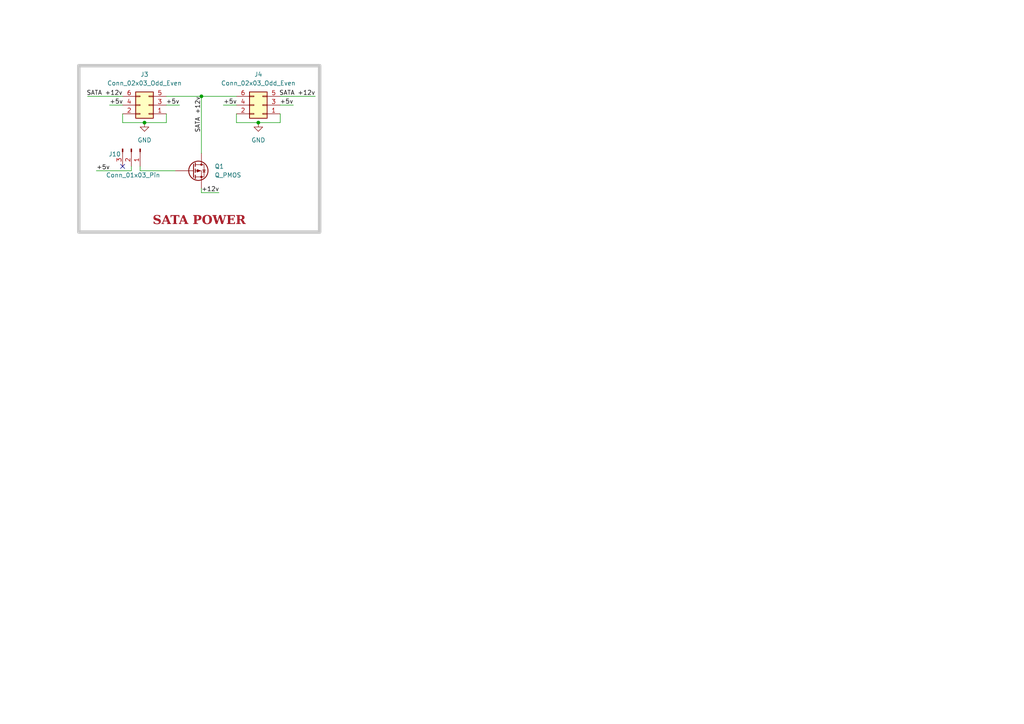
<source format=kicad_sch>
(kicad_sch (version 20250114) (generator "eeschema") (generator_version "9.0")
  (paper "A4")
  (lib_symbols
    (symbol "Connector:Conn_01x03_Pin" (pin_names (offset 1.016) (hide yes))
      (property "Reference" "J" (at 0 5.08 0))
      (property "Value" "Conn_01x03_Pin" (at 0 -5.08 0))
      (symbol "Conn_01x03_Pin_1_1"
        (rectangle (start 0.8636 2.667) (end 0 2.413) (stroke (width 0.1524)) (fill (type outline)))
        (rectangle (start 0.8636 0.127) (end 0 -0.127) (stroke (width 0.1524)) (fill (type outline)))
        (rectangle (start 0.8636 -2.413) (end 0 -2.667) (stroke (width 0.1524)) (fill (type outline)))
        (polyline (pts (xy 1.27 2.54) (xy 0.8636 2.54)) (stroke (width 0.1524)))
        (polyline (pts (xy 1.27 0) (xy 0.8636 0)) (stroke (width 0.1524)))
        (polyline (pts (xy 1.27 -2.54) (xy 0.8636 -2.54)) (stroke (width 0.1524)))
        (pin passive line (at 5.08 2.54 180) (length 3.81) (name "Pin_1") (number "1"))
        (pin passive line (at 5.08 0 180) (length 3.81) (name "Pin_2") (number "2"))
        (pin passive line (at 5.08 -2.54 180) (length 3.81) (name "Pin_3") (number "3"))
      )
    )
    (symbol "Connector_Generic:Conn_02x03_Odd_Even" (pin_names (offset 1.016) (hide yes))
      (property "Reference" "J" (at 1.27 5.08 0))
      (property "Value" "Conn_02x03_Odd_Even" (at 1.27 -5.08 0))
      (symbol "Conn_02x03_Odd_Even_1_1"
        (rectangle (start -1.27 3.81) (end 3.81 -3.81) (stroke (width 0.254)) (fill (type background)))
        (rectangle (start -1.27 2.667) (end 0 2.413) (stroke (width 0.1524)))
        (rectangle (start -1.27 0.127) (end 0 -0.127) (stroke (width 0.1524)))
        (rectangle (start -1.27 -2.413) (end 0 -2.667) (stroke (width 0.1524)))
        (rectangle (start 3.81 2.667) (end 2.54 2.413) (stroke (width 0.1524)))
        (rectangle (start 3.81 0.127) (end 2.54 -0.127) (stroke (width 0.1524)))
        (rectangle (start 3.81 -2.413) (end 2.54 -2.667) (stroke (width 0.1524)))
        (pin passive line (at -5.08 2.54 0) (length 3.81) (name "Pin_1") (number "1"))
        (pin passive line (at -5.08 0 0) (length 3.81) (name "Pin_3") (number "3"))
        (pin passive line (at -5.08 -2.54 0) (length 3.81) (name "Pin_5") (number "5"))
        (pin passive line (at 7.62 2.54 180) (length 3.81) (name "Pin_2") (number "2"))
        (pin passive line (at 7.62 0 180) (length 3.81) (name "Pin_4") (number "4"))
        (pin passive line (at 7.62 -2.54 180) (length 3.81) (name "Pin_6") (number "6"))
      )
    )
    (symbol "Device:Q_PMOS" (pin_numbers (hide yes)) (pin_names (offset 0) (hide yes))
      (property "Reference" "Q" (at 5.08 1.27 0))
      (property "Value" "Q_PMOS" (at 5.08 -1.27 0))
      (symbol "Q_PMOS_0_1"
        (polyline (pts (xy 0.254 1.905) (xy 0.254 -1.905)) (stroke (width 0.254)))
        (polyline (pts (xy 0.254 0) (xy -2.54 0)))
        (polyline (pts (xy 0.762 2.286) (xy 0.762 1.27)) (stroke (width 0.254)))
        (polyline (pts (xy 0.762 1.778) (xy 3.302 1.778) (xy 3.302 -1.778) (xy 0.762 -1.778)))
        (polyline (pts (xy 0.762 0.508) (xy 0.762 -0.508)) (stroke (width 0.254)))
        (polyline (pts (xy 0.762 -1.27) (xy 0.762 -2.286)) (stroke (width 0.254)))
        (circle (center 1.651 0) (radius 2.794) (stroke (width 0.254)))
        (polyline (pts (xy 2.286 0) (xy 1.27 0.381) (xy 1.27 -0.381) (xy 2.286 0)) (fill (type outline)))
        (polyline (pts (xy 2.54 2.54) (xy 2.54 1.778)))
        (circle (center 2.54 1.778) (radius 0.254) (fill (type outline)))
        (circle (center 2.54 -1.778) (radius 0.254) (fill (type outline)))
        (polyline (pts (xy 2.54 -2.54) (xy 2.54 0) (xy 0.762 0)))
        (polyline (pts (xy 2.921 -0.381) (xy 3.683 -0.381)))
        (polyline (pts (xy 3.302 -0.381) (xy 2.921 0.254) (xy 3.683 0.254) (xy 3.302 -0.381)))
      )
      (symbol "Q_PMOS_1_1"
        (pin input line (at -5.08 0 0) (length 2.54) (name "G") (number "G"))
        (pin passive line (at 2.54 5.08 270) (length 2.54) (name "D") (number "D"))
        (pin passive line (at 2.54 -5.08 90) (length 2.54) (name "S") (number "S"))
      )
    )
    (symbol "power:GND" (power) (pin_numbers (hide yes)) (pin_names (offset 0) (hide yes))
      (property "Value" "GND" (at 0 -3.81 0))
      (symbol "GND_0_1"
        (polyline (pts (xy 0 0) (xy 0 -1.27) (xy 1.27 -1.27) (xy 0 -2.54) (xy -1.27 -1.27) (xy 0 -1.27)))
      )
      (symbol "GND_1_1"
        (pin power_in line (at 0 0 270) (length 0) (name "~") (number "1"))
      )
    )
  )
  (rectangle (start 22.86 19.05) (end 92.71 67.31) (stroke (width 1) (color 200 200 200 1)))
  (text_box "SATA POWER" (at 22.86 59.69 0) (size 69.85 7.62) (margins 1.9049 1.9049 1.9049 1.9049) (stroke (width -0.0001)) (effects (font (size 2.54 2.54) (thickness 0.508) (bold yes)) (justify bottom)))
  (junction (at 58.42 27.94))
  (junction (at 41.91 35.56))
  (junction (at 74.93 35.56))
  (no_connect (at 35.56 48.26))
  (wire (pts (xy 35.56 33.02) (xy 35.56 35.56)))
  (wire (pts (xy 81.28 35.56) (xy 81.28 33.02)))
  (wire (pts (xy 27.94 49.53) (xy 38.1 49.53)))
  (wire (pts (xy 85.09 30.48) (xy 81.28 30.48)))
  (wire (pts (xy 40.64 49.53) (xy 50.8 49.53)))
  (wire (pts (xy 68.58 30.48) (xy 64.77 30.48)))
  (wire (pts (xy 40.64 48.26) (xy 40.64 49.53)))
  (wire (pts (xy 58.42 27.94) (xy 48.26 27.94)))
  (wire (pts (xy 58.42 55.88) (xy 58.42 54.61)))
  (wire (pts (xy 58.42 27.94) (xy 68.58 27.94)))
  (wire (pts (xy 63.5 55.88) (xy 58.42 55.88)))
  (wire (pts (xy 68.58 33.02) (xy 68.58 35.56)))
  (wire (pts (xy 41.91 35.56) (xy 48.26 35.56)))
  (wire (pts (xy 52.07 30.48) (xy 48.26 30.48)))
  (wire (pts (xy 35.56 30.48) (xy 31.75 30.48)))
  (wire (pts (xy 68.58 35.56) (xy 74.93 35.56)))
  (wire (pts (xy 74.93 35.56) (xy 81.28 35.56)))
  (wire (pts (xy 38.1 49.53) (xy 38.1 48.26)))
  (wire (pts (xy 58.42 27.94) (xy 58.42 44.45)))
  (wire (pts (xy 48.26 35.56) (xy 48.26 33.02)))
  (wire (pts (xy 81.28 27.94) (xy 91.44 27.94)))
  (wire (pts (xy 35.56 35.56) (xy 41.91 35.56)))
  (wire (pts (xy 25.4 27.94) (xy 35.56 27.94)))
  (label "+12v" (at 58.42 55.88 0))
  (label "SATA +12v" (at 91.44 27.94 180))
  (label "SATA +12v" (at 35.56 27.94 180))
  (label "+5v" (at 27.94 49.53 0))
  (label "SATA +12v" (at 58.42 27.94 270))
  (label "+5v" (at 52.07 30.48 180))
  (label "+5v" (at 31.75 30.48 0))
  (label "+5v" (at 64.77 30.48 0))
  (label "+5v" (at 85.09 30.48 180))
  (symbol (lib_id "power:GND") (at 41.91 35.56 0) (unit 1)
    (property "Reference" "#PWR04" (effects (hide yes)))
    (property "Value" "GND" (at 41.91 40.64 0))
    (property "Description" "Power symbol creates a global label with name \"GND\" , ground" (effects (hide yes)))
  )
  (symbol (lib_id "power:GND") (at 74.93 35.56 0) (unit 1)
    (property "Reference" "#PWR07" (effects (hide yes)))
    (property "Value" "GND" (at 74.93 40.64 0))
    (property "Description" "Power symbol creates a global label with name \"GND\" , ground" (effects (hide yes)))
  )
  (symbol (lib_id "Connector:Conn_01x03_Pin") (at 38.1 43.18 270) (unit 1)
    (property "Reference" "J10" (at 33.274 44.704 90))
    (property "Value" "Conn_01x03_Pin" (at 38.608 50.8 90))
    (property "Description" "Generic connector, single row, 01x03, script generated" (effects (hide yes)))
  )
  (symbol (lib_id "Connector_Generic:Conn_02x03_Odd_Even") (at 76.2 30.48 180) (unit 1)
    (property "Reference" "J4" (at 74.93 21.59 0))
    (property "Value" "Conn_02x03_Odd_Even" (at 74.93 24.13 0))
    (property "Description" "Generic connector, double row, 02x03, odd/even pin numbering scheme (row 1 odd numbers, row 2 even numbers), script generated (kicad-library-utils/schlib/autogen/connector/)" (effects (hide yes)))
  )
  (symbol (lib_id "Connector_Generic:Conn_02x03_Odd_Even") (at 43.18 30.48 180) (unit 1)
    (property "Reference" "J3" (at 41.91 21.59 0))
    (property "Value" "Conn_02x03_Odd_Even" (at 41.91 24.13 0))
    (property "Description" "Generic connector, double row, 02x03, odd/even pin numbering scheme (row 1 odd numbers, row 2 even numbers), script generated (kicad-library-utils/schlib/autogen/connector/)" (effects (hide yes)))
  )
  (symbol (lib_id "Device:Q_PMOS") (at 55.88 49.53 0) (unit 1)
    (property "Reference" "Q1" (at 62.23 48.2599 0) (effects (justify left)))
    (property "Value" "Q_PMOS" (at 62.23 50.7999 0) (effects (justify left)))
    (property "Description" "P-MOSFET transistor" (effects (hide yes)))
  )
)
</source>
